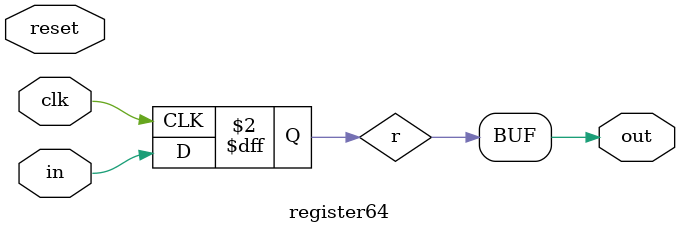
<source format=v>
`timescale 1ps/1ps
module register64(clk, reset, in, out); 
	output out;
	input clk, reset, in;
	reg r;
	assign out = r;

	always @(posedge clk)
		r <= in;
endmodule 

</source>
